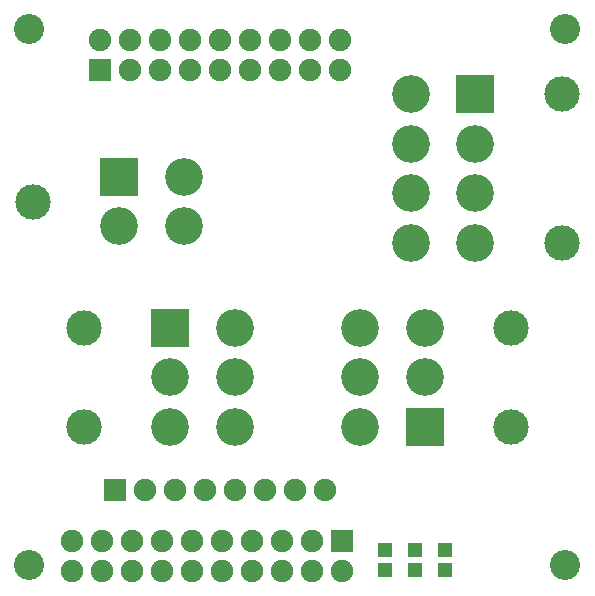
<source format=gts>
G04 DipTrace 3.0.0.1*
G04 Maxon_Brushless_Driver_v2.0-version2.GTS*
%MOIN*%
G04 #@! TF.FileFunction,Soldermask,Top*
G04 #@! TF.Part,Single*
%ADD22C,0.1004*%
%ADD23C,0.11811*%
%ADD24C,0.1181*%
%ADD30C,0.074929*%
%ADD32R,0.074929X0.074929*%
%ADD34C,0.12611*%
%ADD36R,0.12611X0.12611*%
%ADD40R,0.04737X0.051307*%
%FSLAX26Y26*%
G04*
G70*
G90*
G75*
G01*
G04 TopMask*
%LPD*%
D40*
X1762698Y525256D3*
Y458327D3*
D22*
X475251Y2262751D3*
X2262751Y2262938D3*
Y475251D3*
X475251D3*
D36*
X1962720Y2044165D3*
D34*
Y1878811D3*
Y1713457D3*
Y1548102D3*
X1746185D3*
Y1713457D3*
Y1878811D3*
Y2044165D3*
D23*
X2250122Y1548102D3*
Y2044165D3*
D34*
X943862Y1100316D3*
Y934962D3*
X1160398Y1265671D3*
Y934962D3*
Y1100316D3*
D36*
X943862Y1265671D3*
D23*
X656461D3*
Y934962D3*
D34*
X1793951Y1100316D3*
Y1265671D3*
X1577416Y934962D3*
Y1265671D3*
Y1100316D3*
D36*
X1793951Y934962D3*
D23*
X2081353D3*
Y1265671D3*
D36*
X775094Y1769136D3*
D34*
Y1603782D3*
X991630D3*
Y1769136D3*
D24*
X487362Y1686459D3*
D32*
X1518923Y556509D3*
D30*
Y456509D3*
X1418923Y556509D3*
Y456509D3*
X1318923Y556509D3*
Y456509D3*
X1218923Y556509D3*
Y456509D3*
X1118923Y556509D3*
Y456509D3*
X1018923Y556509D3*
Y456509D3*
X918923Y556509D3*
Y456509D3*
X818923Y556509D3*
Y456509D3*
X718923Y556509D3*
Y456509D3*
X618923Y556509D3*
Y456509D3*
D40*
X1662688Y525256D3*
Y458327D3*
X1862709Y525256D3*
Y458327D3*
D32*
X712588Y2125425D3*
D30*
Y2225425D3*
X812588Y2125425D3*
Y2225425D3*
X912588Y2125425D3*
Y2225425D3*
X1012588Y2125425D3*
Y2225425D3*
X1112588Y2125425D3*
Y2225425D3*
X1212588Y2125425D3*
Y2225425D3*
X1312588Y2125425D3*
Y2225425D3*
X1412588Y2125425D3*
Y2225425D3*
X1512588Y2125425D3*
Y2225425D3*
D32*
X762588Y725425D3*
D30*
X862588D3*
X962588D3*
X1062588D3*
X1162588D3*
X1262588D3*
X1362588D3*
X1462588D3*
M02*

</source>
